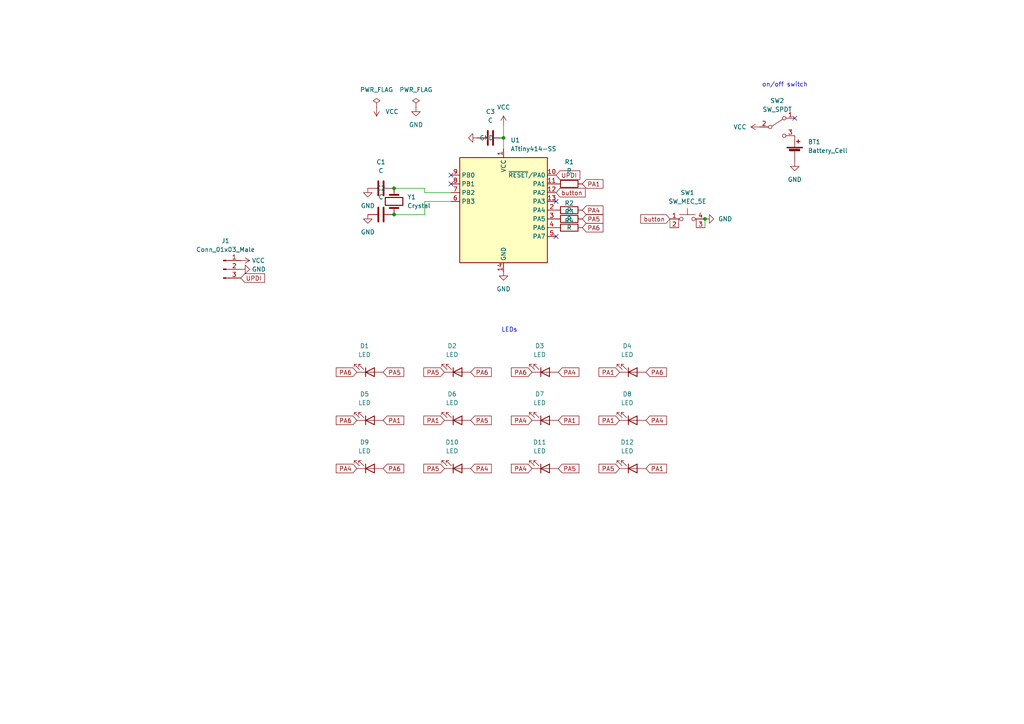
<source format=kicad_sch>
(kicad_sch (version 20211123) (generator eeschema)
  (paper "A4")
  (lib_symbols
    (symbol "Connector:Conn_01x03_Male" (pin_names (offset 1.016) hide)
      (property "Reference" "J" (at 0 5.08 0))
      (property "Value" "Conn_01x03_Male" (at 0 -5.08 0))
      (symbol "Conn_01x03_Male_1_1"
        (polyline (pts (xy 1.27 -2.54) (xy 0.8636 -2.54)) (stroke (width 0.1524)))
        (polyline (pts (xy 1.27 0) (xy 0.8636 0)) (stroke (width 0.1524)))
        (polyline (pts (xy 1.27 2.54) (xy 0.8636 2.54)) (stroke (width 0.1524)))
        (rectangle (start 0.8636 -2.413) (end 0 -2.667) (stroke (width 0.1524)) (fill (type outline)))
        (rectangle (start 0.8636 0.127) (end 0 -0.127) (stroke (width 0.1524)) (fill (type outline)))
        (rectangle (start 0.8636 2.667) (end 0 2.413) (stroke (width 0.1524)) (fill (type outline)))
        (pin passive line (at 5.08 2.54 180) (length 3.81) (name "Pin_1") (number "1"))
        (pin passive line (at 5.08 0 180) (length 3.81) (name "Pin_2") (number "2"))
        (pin passive line (at 5.08 -2.54 180) (length 3.81) (name "Pin_3") (number "3"))
      )
    )
    (symbol "Device:Battery_Cell" (pin_numbers hide) (pin_names (offset 0) hide)
      (property "Reference" "BT" (at 2.54 2.54 0))
      (property "Value" "Battery_Cell" (at 2.54 0 0))
      (symbol "Battery_Cell_0_1"
        (rectangle (start -2.286 1.778) (end 2.286 1.524) (fill (type outline)))
        (rectangle (start -1.5748 1.1938) (end 1.4732 0.6858) (fill (type outline)))
        (polyline (pts (xy 0 0.762) (xy 0 0)))
        (polyline (pts (xy 0 1.778) (xy 0 2.54)))
        (polyline (pts (xy 0.508 3.429) (xy 1.524 3.429)) (stroke (width 0.254)))
        (polyline (pts (xy 1.016 3.937) (xy 1.016 2.921)) (stroke (width 0.254)))
      )
      (symbol "Battery_Cell_1_1"
        (pin passive line (at 0 5.08 270) (length 2.54) (name "+") (number "1"))
        (pin passive line (at 0 -2.54 90) (length 2.54) (name "-") (number "2"))
      )
    )
    (symbol "Device:C" (pin_numbers hide) (pin_names (offset 0.254))
      (property "Reference" "C" (at 0.635 2.54 0))
      (property "Value" "C" (at 0.635 -2.54 0))
      (symbol "C_0_1"
        (polyline (pts (xy -2.032 -0.762) (xy 2.032 -0.762)) (stroke (width 0.508)))
        (polyline (pts (xy -2.032 0.762) (xy 2.032 0.762)) (stroke (width 0.508)))
      )
      (symbol "C_1_1"
        (pin passive line (at 0 3.81 270) (length 2.794) (name "~") (number "1"))
        (pin passive line (at 0 -3.81 90) (length 2.794) (name "~") (number "2"))
      )
    )
    (symbol "Device:Crystal" (pin_numbers hide) (pin_names (offset 1.016) hide)
      (property "Reference" "Y" (at 0 3.81 0))
      (property "Value" "Crystal" (at 0 -3.81 0))
      (symbol "Crystal_0_1"
        (rectangle (start -1.143 2.54) (end 1.143 -2.54) (stroke (width 0.3048)))
        (polyline (pts (xy -2.54 0) (xy -1.905 0)))
        (polyline (pts (xy -1.905 -1.27) (xy -1.905 1.27)) (stroke (width 0.508)))
        (polyline (pts (xy 1.905 -1.27) (xy 1.905 1.27)) (stroke (width 0.508)))
        (polyline (pts (xy 2.54 0) (xy 1.905 0)))
      )
      (symbol "Crystal_1_1"
        (pin passive line (at -3.81 0 0) (length 1.27) (name "1") (number "1"))
        (pin passive line (at 3.81 0 180) (length 1.27) (name "2") (number "2"))
      )
    )
    (symbol "Device:LED" (pin_numbers hide) (pin_names (offset 1.016) hide)
      (property "Reference" "D" (at 0 2.54 0))
      (property "Value" "LED" (at 0 -2.54 0))
      (symbol "LED_0_1"
        (polyline (pts (xy -1.27 -1.27) (xy -1.27 1.27)) (stroke (width 0.254)))
        (polyline (pts (xy -1.27 0) (xy 1.27 0)))
        (polyline (pts (xy 1.27 -1.27) (xy 1.27 1.27) (xy -1.27 0) (xy 1.27 -1.27)) (stroke (width 0.254)))
        (polyline (pts (xy -3.048 -0.762) (xy -4.572 -2.286) (xy -3.81 -2.286) (xy -4.572 -2.286) (xy -4.572 -1.524)))
        (polyline (pts (xy -1.778 -0.762) (xy -3.302 -2.286) (xy -2.54 -2.286) (xy -3.302 -2.286) (xy -3.302 -1.524)))
      )
      (symbol "LED_1_1"
        (pin passive line (at -3.81 0 0) (length 2.54) (name "K") (number "1"))
        (pin passive line (at 3.81 0 180) (length 2.54) (name "A") (number "2"))
      )
    )
    (symbol "Device:R" (pin_numbers hide) (pin_names (offset 0))
      (property "Reference" "R" (at 2.032 0 90))
      (property "Value" "R" (at 0 0 90))
      (symbol "R_0_1"
        (rectangle (start -1.016 -2.54) (end 1.016 2.54) (stroke (width 0.254)))
      )
      (symbol "R_1_1"
        (pin passive line (at 0 3.81 270) (length 1.27) (name "~") (number "1"))
        (pin passive line (at 0 -3.81 90) (length 1.27) (name "~") (number "2"))
      )
    )
    (symbol "MCU_Microchip_ATtiny:ATtiny414-SS"
      (property "Reference" "U" (at -12.7 16.51 0))
      (property "Value" "ATtiny414-SS" (at 2.54 -16.51 0))
      (symbol "ATtiny414-SS_0_1"
        (rectangle (start -12.7 -15.24) (end 12.7 15.24) (stroke (width 0.254)) (fill (type background)))
      )
      (symbol "ATtiny414-SS_1_1"
        (pin power_in line (at 0 17.78 270) (length 2.54) (name "VCC") (number "1"))
        (pin bidirectional line (at 15.24 10.16 180) (length 2.54) (name "~{RESET}/PA0") (number "10"))
        (pin bidirectional line (at 15.24 7.62 180) (length 2.54) (name "PA1") (number "11"))
        (pin bidirectional line (at 15.24 5.08 180) (length 2.54) (name "PA2") (number "12"))
        (pin bidirectional line (at 15.24 2.54 180) (length 2.54) (name "PA3") (number "13"))
        (pin power_in line (at 0 -17.78 90) (length 2.54) (name "GND") (number "14"))
        (pin bidirectional line (at 15.24 0 180) (length 2.54) (name "PA4") (number "2"))
        (pin bidirectional line (at 15.24 -2.54 180) (length 2.54) (name "PA5") (number "3"))
        (pin bidirectional line (at 15.24 -5.08 180) (length 2.54) (name "PA6") (number "4"))
        (pin bidirectional line (at 15.24 -7.62 180) (length 2.54) (name "PA7") (number "5"))
        (pin bidirectional line (at -15.24 2.54 0) (length 2.54) (name "PB3") (number "6"))
        (pin bidirectional line (at -15.24 5.08 0) (length 2.54) (name "PB2") (number "7"))
        (pin bidirectional line (at -15.24 7.62 0) (length 2.54) (name "PB1") (number "8"))
        (pin bidirectional line (at -15.24 10.16 0) (length 2.54) (name "PB0") (number "9"))
      )
    )
    (symbol "Switch:SW_MEC_5E" (pin_names (offset 1.016) hide)
      (property "Reference" "SW" (at 0.635 5.715 0))
      (property "Value" "SW_MEC_5E" (at 0 -3.175 0))
      (symbol "SW_MEC_5E_0_1"
        (circle (center -1.778 2.54) (radius 0.508))
        (polyline (pts (xy -2.286 3.81) (xy 2.286 3.81)))
        (polyline (pts (xy 0 3.81) (xy 0 5.588)))
        (polyline (pts (xy -2.54 0) (xy -2.54 2.54) (xy -2.286 2.54)))
        (polyline (pts (xy 2.54 0) (xy 2.54 2.54) (xy 2.286 2.54)))
        (circle (center 1.778 2.54) (radius 0.508))
        (pin passive line (at -5.08 2.54 0) (length 2.54) (name "1") (number "1"))
        (pin passive line (at -5.08 0 0) (length 2.54) (name "2") (number "2"))
        (pin passive line (at 5.08 0 180) (length 2.54) (name "K") (number "3"))
        (pin passive line (at 5.08 2.54 180) (length 2.54) (name "A") (number "4"))
      )
    )
    (symbol "Switch:SW_SPDT" (pin_names (offset 0) hide)
      (property "Reference" "SW" (at 0 4.318 0))
      (property "Value" "SW_SPDT" (at 0 -5.08 0))
      (symbol "SW_SPDT_0_0"
        (circle (center -2.032 0) (radius 0.508))
        (circle (center 2.032 -2.54) (radius 0.508))
      )
      (symbol "SW_SPDT_0_1"
        (polyline (pts (xy -1.524 0.254) (xy 1.651 2.286)))
        (circle (center 2.032 2.54) (radius 0.508))
      )
      (symbol "SW_SPDT_1_1"
        (pin passive line (at 5.08 2.54 180) (length 2.54) (name "A") (number "1"))
        (pin passive line (at -5.08 0 0) (length 2.54) (name "B") (number "2"))
        (pin passive line (at 5.08 -2.54 180) (length 2.54) (name "C") (number "3"))
      )
    )
    (symbol "power:GND" (power) (pin_names (offset 0))
      (property "Value" "GND" (at 0 -3.81 0))
      (symbol "GND_0_1"
        (polyline (pts (xy 0 0) (xy 0 -1.27) (xy 1.27 -1.27) (xy 0 -2.54) (xy -1.27 -1.27) (xy 0 -1.27)))
      )
      (symbol "GND_1_1"
        (pin power_in line (at 0 0 270) (length 0) hide (name "GND") (number "1"))
      )
    )
    (symbol "power:PWR_FLAG" (power) (pin_numbers hide) (pin_names (offset 0) hide)
      (property "Value" "PWR_FLAG" (at 0 3.81 0))
      (symbol "PWR_FLAG_0_0"
        (pin power_out line (at 0 0 90) (length 0) (name "pwr") (number "1"))
      )
      (symbol "PWR_FLAG_0_1"
        (polyline (pts (xy 0 0) (xy 0 1.27) (xy -1.016 1.905) (xy 0 2.54) (xy 1.016 1.905) (xy 0 1.27)))
      )
    )
    (symbol "power:VCC" (power) (pin_names (offset 0))
      (property "Value" "VCC" (at 0 3.81 0))
      (symbol "VCC_0_1"
        (polyline (pts (xy -0.762 1.27) (xy 0 2.54)))
        (polyline (pts (xy 0 0) (xy 0 2.54)))
        (polyline (pts (xy 0 2.54) (xy 0.762 1.27)))
      )
      (symbol "VCC_1_1"
        (pin power_in line (at 0 0 90) (length 0) hide (name "VCC") (number "1"))
      )
    )
  )
  (junction (at 114.3 54.61))
  (junction (at 146.05 40.005))
  (junction (at 204.47 63.5))
  (junction (at 114.3 62.23))
  (no_connect (at 161.29 68.58))
  (no_connect (at 130.81 50.8))
  (no_connect (at 130.81 53.34))
  (no_connect (at 230.505 34.29))
  (no_connect (at 161.29 58.42))
  (wire (pts (xy 204.47 63.5) (xy 204.47 66.04)))
  (wire (pts (xy 114.3 62.23) (xy 123.19 62.23)))
  (wire (pts (xy 114.3 54.61) (xy 123.19 54.61)))
  (wire (pts (xy 194.31 63.5) (xy 194.31 66.04)))
  (wire (pts (xy 123.19 58.42) (xy 123.19 62.23)))
  (wire (pts (xy 146.05 36.195) (xy 146.05 40.005)))
  (wire (pts (xy 130.81 58.42) (xy 123.19 58.42)))
  (wire (pts (xy 123.19 55.88) (xy 123.19 54.61)))
  (wire (pts (xy 146.05 40.005) (xy 146.05 43.18)))
  (wire (pts (xy 130.81 55.88) (xy 123.19 55.88)))
  (text "on/off switch" (at 220.98 25.4 0) (effects (font (size 1.27 1.27)) (justify left bottom)))
  (text "LEDs" (at 145.415 96.52 0) (effects (font (size 1.27 1.27)) (justify left bottom)))
  (global_label "button" (shape input) (at 194.31 63.5 180) (property "插入图纸页参考" "${INTERSHEET_REFS}" (effects hide)))
  (global_label "PA4" (shape input) (at 154.305 135.89 180) (property "插入图纸页参考" "${INTERSHEET_REFS}" (effects hide)))
  (global_label "PA5" (shape input) (at 111.125 107.95 0) (property "插入图纸页参考" "${INTERSHEET_REFS}" (effects hide)))
  (global_label "PA1" (shape input) (at 179.705 107.95 180) (property "插入图纸页参考" "${INTERSHEET_REFS}" (effects hide)))
  (global_label "PA6" (shape input) (at 103.505 107.95 180) (property "插入图纸页参考" "${INTERSHEET_REFS}" (effects hide)))
  (global_label "PA4" (shape input) (at 136.525 135.89 0) (property "插入图纸页参考" "${INTERSHEET_REFS}" (effects hide)))
  (global_label "PA1" (shape input) (at 161.925 121.92 0) (property "插入图纸页参考" "${INTERSHEET_REFS}" (effects hide)))
  (global_label "PA4" (shape input) (at 161.925 107.95 0) (property "插入图纸页参考" "${INTERSHEET_REFS}" (effects hide)))
  (global_label "PA4" (shape input) (at 154.305 121.92 180) (property "插入图纸页参考" "${INTERSHEET_REFS}" (effects hide)))
  (global_label "PA5" (shape input) (at 161.925 135.89 0) (property "插入图纸页参考" "${INTERSHEET_REFS}" (effects hide)))
  (global_label "PA4" (shape input) (at 168.91 60.96 0) (property "插入图纸页参考" "${INTERSHEET_REFS}" (effects hide)))
  (global_label "PA5" (shape input) (at 128.905 107.95 180) (property "插入图纸页参考" "${INTERSHEET_REFS}" (effects hide)))
  (global_label "PA6" (shape input) (at 136.525 107.95 0) (property "插入图纸页参考" "${INTERSHEET_REFS}" (effects hide)))
  (global_label "UPDI" (shape input) (at 161.29 50.8 0) (property "插入图纸页参考" "${INTERSHEET_REFS}" (effects hide)))
  (global_label "button" (shape input) (at 161.29 55.88 0) (property "插入图纸页参考" "${INTERSHEET_REFS}" (effects hide)))
  (global_label "PA6" (shape input) (at 168.91 66.04 0) (property "插入图纸页参考" "${INTERSHEET_REFS}" (effects hide)))
  (global_label "PA1" (shape input) (at 179.705 121.92 180) (property "插入图纸页参考" "${INTERSHEET_REFS}" (effects hide)))
  (global_label "PA1" (shape input) (at 187.325 135.89 0) (property "插入图纸页参考" "${INTERSHEET_REFS}" (effects hide)))
  (global_label "PA4" (shape input) (at 187.325 121.92 0) (property "插入图纸页参考" "${INTERSHEET_REFS}" (effects hide)))
  (global_label "PA6" (shape input) (at 187.325 107.95 0) (property "插入图纸页参考" "${INTERSHEET_REFS}" (effects hide)))
  (global_label "PA6" (shape input) (at 103.505 121.92 180) (property "插入图纸页参考" "${INTERSHEET_REFS}" (effects hide)))
  (global_label "PA6" (shape input) (at 111.125 135.89 0) (property "插入图纸页参考" "${INTERSHEET_REFS}" (effects hide)))
  (global_label "PA5" (shape input) (at 136.525 121.92 0) (property "插入图纸页参考" "${INTERSHEET_REFS}" (effects hide)))
  (global_label "PA4" (shape input) (at 103.505 135.89 180) (property "插入图纸页参考" "${INTERSHEET_REFS}" (effects hide)))
  (global_label "PA6" (shape input) (at 154.305 107.95 180) (property "插入图纸页参考" "${INTERSHEET_REFS}" (effects hide)))
  (global_label "PA5" (shape input) (at 168.91 63.5 0) (property "插入图纸页参考" "${INTERSHEET_REFS}" (effects hide)))
  (global_label "PA5" (shape input) (at 179.705 135.89 180) (property "插入图纸页参考" "${INTERSHEET_REFS}" (effects hide)))
  (global_label "PA1" (shape input) (at 168.91 53.34 0) (property "插入图纸页参考" "${INTERSHEET_REFS}" (effects hide)))
  (global_label "PA1" (shape input) (at 111.125 121.92 0) (property "插入图纸页参考" "${INTERSHEET_REFS}" (effects hide)))
  (global_label "PA5" (shape input) (at 128.905 135.89 180) (property "插入图纸页参考" "${INTERSHEET_REFS}" (effects hide)))
  (global_label "PA1" (shape input) (at 128.905 121.92 180) (property "插入图纸页参考" "${INTERSHEET_REFS}" (effects hide)))
  (global_label "UPDI" (shape input) (at 69.85 80.645 0) (property "插入图纸页参考" "${INTERSHEET_REFS}" (effects hide)))
  (symbol (lib_id "Device:LED") (at 107.315 135.89 0) (mirror x) (unit 1)
    (property "Reference" "D9" (at 105.7275 128.27 0))
    (property "Value" "LED" (at 105.7275 130.81 0))
    (property "Footprint" "LED_SMD:LED_0805_2012Metric_Pad1.15x1.40mm_HandSolder" (effects hide))
  )
  (symbol (lib_id "Device:R") (at 165.1 66.04 90) (unit 1)
    (property "Reference" "R4" (at 165.1 64.008 90))
    (property "Value" "R" (at 165.1 66.04 90))
    (property "Footprint" "Resistor_SMD:R_0805_2012Metric_Pad1.20x1.40mm_HandSolder" (effects hide))
  )
  (symbol (lib_id "Device:C") (at 110.49 62.23 90) (unit 1)
    (property "Reference" "C2" (at 110.49 54.61 90))
    (property "Value" "C" (at 110.49 57.15 90))
    (property "Footprint" "Capacitor_SMD:C_0805_2012Metric_Pad1.18x1.45mm_HandSolder" (effects hide))
  )
  (symbol (lib_id "Connector:Conn_01x03_Male") (at 64.77 78.105 0) (unit 1)
    (property "Reference" "J1" (at 65.405 69.85 0))
    (property "Value" "Conn_01x03_Male" (at 65.405 72.39 0))
    (property "Footprint" "PCB_watch:UPDI_programmer" (effects hide))
  )
  (symbol (lib_id "Device:LED") (at 132.715 121.92 0) (mirror x) (unit 1)
    (property "Reference" "D6" (at 131.1275 114.3 0))
    (property "Value" "LED" (at 131.1275 116.84 0))
    (property "Footprint" "LED_SMD:LED_0805_2012Metric_Pad1.15x1.40mm_HandSolder" (effects hide))
  )
  (symbol (lib_id "Device:LED") (at 158.115 107.95 0) (mirror x) (unit 1)
    (property "Reference" "D3" (at 156.5275 100.33 0))
    (property "Value" "LED" (at 156.5275 102.87 0))
    (property "Footprint" "LED_SMD:LED_0805_2012Metric_Pad1.15x1.40mm_HandSolder" (effects hide))
  )
  (symbol (lib_id "power:VCC") (at 69.85 75.565 270) (unit 1)
    (property "Reference" "#PWR01" (effects hide))
    (property "Value" "VCC" (at 73.025 75.5649 90) (effects (justify left)))
  )
  (symbol (lib_id "Switch:SW_SPDT") (at 225.425 36.83 0) (unit 1)
    (property "Reference" "SW2" (at 225.425 29.21 0))
    (property "Value" "SW_SPDT" (at 225.425 31.75 0))
    (property "Footprint" "Button_Switch_SMD:SW_SPDT_CK-JS102011SAQN" (effects hide))
  )
  (symbol (lib_id "power:PWR_FLAG") (at 120.65 31.115 0) (unit 1)
    (property "Reference" "#FLG02" (effects hide))
    (property "Value" "PWR_FLAG" (at 120.65 26.035 0))
  )
  (symbol (lib_id "Switch:SW_MEC_5E") (at 199.39 66.04 0) (unit 1)
    (property "Reference" "SW1" (at 199.39 55.88 0))
    (property "Value" "SW_MEC_5E" (at 199.39 58.42 0))
    (property "Footprint" "tactile_button:PTS647SN50SMTR2LFS" (effects hide))
    (property "Datasheet" "http://www.apem.com/int/index.php?controller=attachment&id_attachment=1371" (effects hide))
  )
  (symbol (lib_id "power:GND") (at 204.47 63.5 90) (unit 1)
    (property "Reference" "#PWR010" (effects hide))
    (property "Value" "GND" (at 208.28 63.4999 90) (effects (justify right)))
  )
  (symbol (lib_id "Device:LED") (at 107.315 107.95 0) (mirror x) (unit 1)
    (property "Reference" "D1" (at 105.7275 100.33 0))
    (property "Value" "LED" (at 105.7275 102.87 0))
    (property "Footprint" "LED_SMD:LED_0805_2012Metric_Pad1.15x1.40mm_HandSolder" (effects hide))
  )
  (symbol (lib_id "power:GND") (at 120.65 31.115 0) (unit 1)
    (property "Reference" "#PWR06" (effects hide))
    (property "Value" "GND" (at 120.65 36.195 0))
  )
  (symbol (lib_id "Device:LED") (at 158.115 135.89 0) (mirror x) (unit 1)
    (property "Reference" "D11" (at 156.5275 128.27 0))
    (property "Value" "LED" (at 156.5275 130.81 0))
    (property "Footprint" "LED_SMD:LED_0805_2012Metric_Pad1.15x1.40mm_HandSolder" (effects hide))
  )
  (symbol (lib_id "Device:LED") (at 183.515 135.89 0) (mirror x) (unit 1)
    (property "Reference" "D12" (at 181.9275 128.27 0))
    (property "Value" "LED" (at 181.9275 130.81 0))
    (property "Footprint" "LED_SMD:LED_0805_2012Metric_Pad1.15x1.40mm_HandSolder" (effects hide))
  )
  (symbol (lib_id "Device:R") (at 165.1 60.96 90) (unit 1)
    (property "Reference" "R2" (at 165.1 58.928 90))
    (property "Value" "R" (at 165.1 60.96 90))
    (property "Footprint" "Resistor_SMD:R_0805_2012Metric_Pad1.20x1.40mm_HandSolder" (effects hide))
  )
  (symbol (lib_id "power:GND") (at 146.05 78.74 0) (unit 1)
    (property "Reference" "#PWR09" (effects hide))
    (property "Value" "GND" (at 146.05 83.82 0))
  )
  (symbol (lib_id "power:GND") (at 230.505 46.99 0) (unit 1)
    (property "Reference" "#PWR012" (effects hide))
    (property "Value" "GND" (at 230.505 52.07 0))
  )
  (symbol (lib_id "MCU_Microchip_ATtiny:ATtiny414-SS") (at 146.05 60.96 0) (unit 1)
    (property "Reference" "U1" (at 148.0694 40.64 0) (effects (justify left)))
    (property "Value" "ATtiny414-SS" (at 148.0694 43.18 0) (effects (justify left)))
    (property "Footprint" "Package_SO:SOIC-14_3.9x8.7mm_P1.27mm" (effects hide))
    (property "Datasheet" "http://ww1.microchip.com/downloads/en/DeviceDoc/40001912A.pdf" (effects hide))
  )
  (symbol (lib_id "power:VCC") (at 220.345 36.83 90) (unit 1)
    (property "Reference" "#PWR011" (effects hide))
    (property "Value" "VCC" (at 216.535 36.8299 90) (effects (justify left)))
  )
  (symbol (lib_id "power:GND") (at 69.85 78.105 90) (unit 1)
    (property "Reference" "#PWR02" (effects hide))
    (property "Value" "GND" (at 73.025 78.1049 90) (effects (justify right)))
  )
  (symbol (lib_id "Device:R") (at 165.1 63.5 90) (unit 1)
    (property "Reference" "R3" (at 165.1 61.468 90))
    (property "Value" "R" (at 165.1 63.5 90))
    (property "Footprint" "Resistor_SMD:R_0805_2012Metric_Pad1.20x1.40mm_HandSolder" (effects hide))
  )
  (symbol (lib_id "power:GND") (at 106.68 62.23 0) (unit 1)
    (property "Reference" "#PWR04" (effects hide))
    (property "Value" "GND" (at 106.68 67.31 0))
  )
  (symbol (lib_id "power:GND") (at 138.43 40.005 270) (unit 1)
    (property "Reference" "#PWR07" (effects hide))
    (property "Value" "GND" (at 139.065 40.0049 90) (effects (justify left)))
  )
  (symbol (lib_id "Device:Crystal") (at 114.3 58.42 90) (unit 1)
    (property "Reference" "Y1" (at 118.11 57.1499 90) (effects (justify right)))
    (property "Value" "Crystal" (at 118.11 59.6899 90) (effects (justify right)))
    (property "Footprint" "Crystal:Crystal_SMD_3215-2Pin_3.2x1.5mm" (effects hide))
  )
  (symbol (lib_id "power:GND") (at 106.68 54.61 0) (unit 1)
    (property "Reference" "#PWR03" (effects hide))
    (property "Value" "GND" (at 106.68 59.69 0))
  )
  (symbol (lib_id "Device:LED") (at 183.515 121.92 0) (mirror x) (unit 1)
    (property "Reference" "D8" (at 181.9275 114.3 0))
    (property "Value" "LED" (at 181.9275 116.84 0))
    (property "Footprint" "LED_SMD:LED_0805_2012Metric_Pad1.15x1.40mm_HandSolder" (effects hide))
  )
  (symbol (lib_id "Device:Battery_Cell") (at 230.505 44.45 0) (unit 1)
    (property "Reference" "BT1" (at 234.315 41.1479 0) (effects (justify left)))
    (property "Value" "Battery_Cell" (at 234.315 43.6879 0) (effects (justify left)))
    (property "Footprint" "cr1220_battery_holder:S8411-45R_1" (effects hide))
  )
  (symbol (lib_id "Device:LED") (at 132.715 107.95 0) (mirror x) (unit 1)
    (property "Reference" "D2" (at 131.1275 100.33 0))
    (property "Value" "LED" (at 131.1275 102.87 0))
    (property "Footprint" "LED_SMD:LED_0805_2012Metric_Pad1.15x1.40mm_HandSolder" (effects hide))
  )
  (symbol (lib_id "power:VCC") (at 109.22 31.115 180) (unit 1)
    (property "Reference" "#PWR05" (effects hide))
    (property "Value" "VCC" (at 111.76 32.3849 0) (effects (justify right)))
  )
  (symbol (lib_id "Device:LED") (at 183.515 107.95 0) (mirror x) (unit 1)
    (property "Reference" "D4" (at 181.9275 100.33 0))
    (property "Value" "LED" (at 181.9275 102.87 0))
    (property "Footprint" "LED_SMD:LED_0805_2012Metric_Pad1.15x1.40mm_HandSolder" (effects hide))
  )
  (symbol (lib_id "Device:LED") (at 158.115 121.92 0) (mirror x) (unit 1)
    (property "Reference" "D7" (at 156.5275 114.3 0))
    (property "Value" "LED" (at 156.5275 116.84 0))
    (property "Footprint" "LED_SMD:LED_0805_2012Metric_Pad1.15x1.40mm_HandSolder" (effects hide))
  )
  (symbol (lib_id "power:VCC") (at 146.05 36.195 0) (unit 1)
    (property "Reference" "#PWR08" (effects hide))
    (property "Value" "VCC" (at 146.05 31.115 0))
  )
  (symbol (lib_id "power:PWR_FLAG") (at 109.22 31.115 0) (unit 1)
    (property "Reference" "#FLG01" (effects hide))
    (property "Value" "PWR_FLAG" (at 109.22 26.035 0))
  )
  (symbol (lib_id "Device:R") (at 165.1 53.34 90) (unit 1)
    (property "Reference" "R1" (at 165.1 46.99 90))
    (property "Value" "R" (at 165.1 49.53 90))
    (property "Footprint" "Resistor_SMD:R_0805_2012Metric_Pad1.20x1.40mm_HandSolder" (effects hide))
  )
  (symbol (lib_id "Device:LED") (at 107.315 121.92 0) (mirror x) (unit 1)
    (property "Reference" "D5" (at 105.7275 114.3 0))
    (property "Value" "LED" (at 105.7275 116.84 0))
    (property "Footprint" "LED_SMD:LED_0805_2012Metric_Pad1.15x1.40mm_HandSolder" (effects hide))
  )
  (symbol (lib_id "Device:LED") (at 132.715 135.89 0) (mirror x) (unit 1)
    (property "Reference" "D10" (at 131.1275 128.27 0))
    (property "Value" "LED" (at 131.1275 130.81 0))
    (property "Footprint" "LED_SMD:LED_0805_2012Metric_Pad1.15x1.40mm_HandSolder" (effects hide))
  )
  (symbol (lib_id "Device:C") (at 110.49 54.61 90) (unit 1)
    (property "Reference" "C1" (at 110.49 46.99 90))
    (property "Value" "C" (at 110.49 49.53 90))
    (property "Footprint" "Capacitor_SMD:C_0805_2012Metric_Pad1.18x1.45mm_HandSolder" (effects hide))
  )
  (symbol (lib_id "Device:C") (at 142.24 40.005 90) (unit 1)
    (property "Reference" "C3" (at 142.24 32.385 90))
    (property "Value" "C" (at 142.24 34.925 90))
    (property "Footprint" "Capacitor_SMD:C_0805_2012Metric_Pad1.18x1.45mm_HandSolder" (effects hide))
  )
)
</source>
